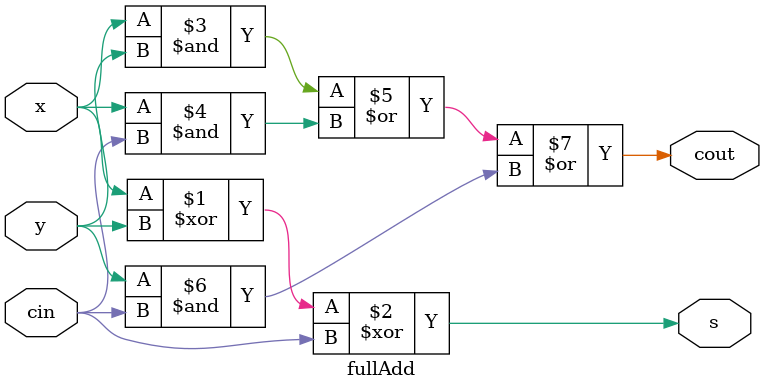
<source format=v>
`timescale 1ns / 1ps


module fullAdd(
    input x,
    input y,
    input cin,
    output s,
    output cout
    );
    
    assign s = x ^ y ^ cin;
    assign cout = (x & y) | (x & cin) | (y & cin);
endmodule

</source>
